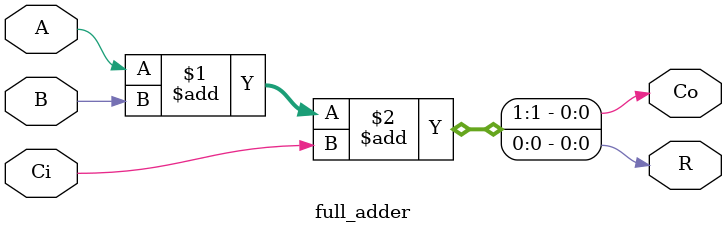
<source format=v>
module full_adder (A, B, Ci, R, Co);

input wire A, B, Ci;
output wire R, Co;

assign {Co, R} = A + B + Ci;

endmodule

</source>
